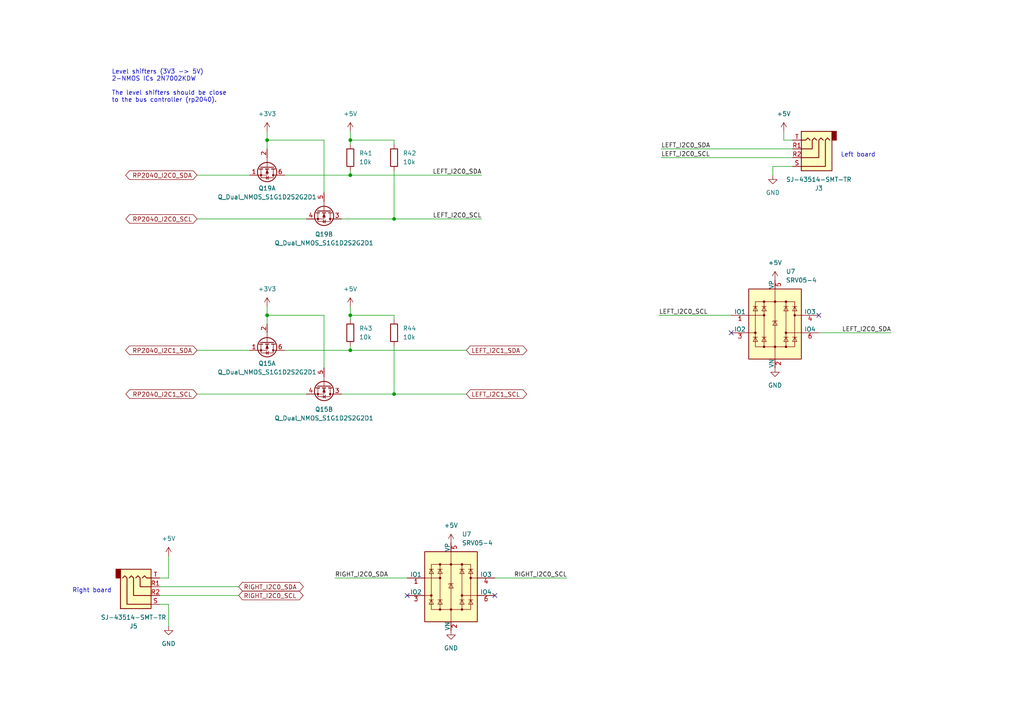
<source format=kicad_sch>
(kicad_sch (version 20230121) (generator eeschema)
  (paper "A4")
  (lib_symbols
    (symbol "Connector_Audio:AudioJack4"
      (property "Reference" "J" (at 0 8.89 0))
      (property "Value" "AudioJack4" (at 0 6.35 0))
      (symbol "AudioJack4_0_1"
        (rectangle (start -6.35 -5.08) (end -7.62 -7.62) (stroke (width 0.254)) (fill (type outline)))
        (polyline (pts (xy 0 -5.08) (xy 0.635 -5.715) (xy 1.27 -5.08) (xy 2.54 -5.08)) (stroke (width 0.254)))
        (polyline (pts (xy -5.715 -5.08) (xy -5.08 -5.715) (xy -4.445 -5.08) (xy -4.445 2.54) (xy 2.54 2.54)) (stroke (width 0.254)))
        (polyline (pts (xy -1.905 -5.08) (xy -1.27 -5.715) (xy -0.635 -5.08) (xy -0.635 -2.54) (xy 2.54 -2.54)) (stroke (width 0.254)))
        (polyline (pts (xy 2.54 0) (xy -2.54 0) (xy -2.54 -5.08) (xy -3.175 -5.715) (xy -3.81 -5.08)) (stroke (width 0.254)))
        (rectangle (start 2.54 3.81) (end -6.35 -7.62) (stroke (width 0.254)) (fill (type background)))
      )
      (symbol "AudioJack4_1_1"
        (pin passive line (at 5.08 -2.54 180) (length 2.54) (name "~") (number "R1"))
        (pin passive line (at 5.08 0 180) (length 2.54) (name "~") (number "R2"))
        (pin passive line (at 5.08 2.54 180) (length 2.54) (name "~") (number "S"))
        (pin passive line (at 5.08 -5.08 180) (length 2.54) (name "~") (number "T"))
      )
    )
    (symbol "Device:Q_Dual_NMOS_S1G1D2S2G2D1" (pin_names (offset 0) hide)
      (property "Reference" "Q" (at 6.35 1.27 0))
      (property "Value" "Q_Dual_NMOS_S1G1D2S2G2D1" (at 19.05 -1.27 0))
      (symbol "Q_Dual_NMOS_S1G1D2S2G2D1_0_1"
        (polyline (pts (xy 0.254 0) (xy -2.54 0)))
        (polyline (pts (xy 0.254 1.905) (xy 0.254 -1.905)) (stroke (width 0.254)))
        (polyline (pts (xy 0.762 -1.27) (xy 0.762 -2.286)) (stroke (width 0.254)))
        (polyline (pts (xy 0.762 0.508) (xy 0.762 -0.508)) (stroke (width 0.254)))
        (polyline (pts (xy 0.762 2.286) (xy 0.762 1.27)) (stroke (width 0.254)))
        (polyline (pts (xy 2.54 2.54) (xy 2.54 1.778)))
        (polyline (pts (xy 2.54 -2.54) (xy 2.54 0) (xy 0.762 0)))
        (polyline (pts (xy 0.762 -1.778) (xy 3.302 -1.778) (xy 3.302 1.778) (xy 0.762 1.778)))
        (polyline (pts (xy 1.016 0) (xy 2.032 0.381) (xy 2.032 -0.381) (xy 1.016 0)) (fill (type outline)))
        (polyline (pts (xy 2.794 0.508) (xy 2.921 0.381) (xy 3.683 0.381) (xy 3.81 0.254)))
        (polyline (pts (xy 3.302 0.381) (xy 2.921 -0.254) (xy 3.683 -0.254) (xy 3.302 0.381)))
        (circle (center 1.651 0) (radius 2.794) (stroke (width 0.254)))
        (circle (center 2.54 -1.778) (radius 0.254) (fill (type outline)))
        (circle (center 2.54 1.778) (radius 0.254) (fill (type outline)))
      )
      (symbol "Q_Dual_NMOS_S1G1D2S2G2D1_1_1"
        (pin passive line (at 2.54 -5.08 90) (length 2.54) (name "S") (number "1"))
        (pin input line (at -5.08 0 0) (length 2.54) (name "G") (number "2"))
        (pin passive line (at 2.54 5.08 270) (length 2.54) (name "D") (number "6"))
      )
      (symbol "Q_Dual_NMOS_S1G1D2S2G2D1_2_1"
        (pin passive line (at 2.54 5.08 270) (length 2.54) (name "D") (number "3"))
        (pin passive line (at 2.54 -5.08 90) (length 2.54) (name "S") (number "4"))
        (pin input line (at -5.08 0 0) (length 2.54) (name "G") (number "5"))
      )
    )
    (symbol "Device:R" (pin_numbers hide) (pin_names (offset 0))
      (property "Reference" "R" (at 2.032 0 90))
      (property "Value" "R" (at 0 0 90))
      (symbol "R_0_1"
        (rectangle (start -1.016 -2.54) (end 1.016 2.54) (stroke (width 0.254)))
      )
      (symbol "R_1_1"
        (pin passive line (at 0 3.81 270) (length 1.27) (name "~") (number "1"))
        (pin passive line (at 0 -3.81 90) (length 1.27) (name "~") (number "2"))
      )
    )
    (symbol "Power_Protection:SRV05-4" (pin_names (offset 0))
      (property "Reference" "U" (at -5.08 11.43 0))
      (property "Value" "SRV05-4" (at 2.54 11.43 0))
      (symbol "SRV05-4_0_0"
        (rectangle (start -5.715 6.477) (end 5.715 -6.604))
        (polyline (pts (xy -3.175 -6.604) (xy -3.175 6.477)))
        (polyline (pts (xy 3.175 6.477) (xy 3.175 -6.604)))
      )
      (symbol "SRV05-4_0_1"
        (rectangle (start -7.62 10.16) (end 7.62 -10.16) (stroke (width 0.254)) (fill (type background)))
        (circle (center -5.715 -2.54) (radius 0.2794) (fill (type outline)))
        (circle (center -3.175 -6.604) (radius 0.2794) (fill (type outline)))
        (circle (center -3.175 2.54) (radius 0.2794) (fill (type outline)))
        (circle (center -3.175 6.477) (radius 0.2794) (fill (type outline)))
        (circle (center 0 -6.604) (radius 0.2794) (fill (type outline)))
        (polyline (pts (xy -7.747 2.54) (xy -3.175 2.54)))
        (polyline (pts (xy -7.62 -2.54) (xy -5.715 -2.54)))
        (polyline (pts (xy -5.08 -3.81) (xy -6.35 -3.81)))
        (polyline (pts (xy -5.08 5.08) (xy -6.35 5.08)))
        (polyline (pts (xy -2.54 -3.81) (xy -3.81 -3.81)))
        (polyline (pts (xy -2.54 5.08) (xy -3.81 5.08)))
        (polyline (pts (xy 0 10.16) (xy 0 -10.16)))
        (polyline (pts (xy 3.81 -3.81) (xy 2.54 -3.81)))
        (polyline (pts (xy 3.81 5.08) (xy 2.54 5.08)))
        (polyline (pts (xy 6.35 -3.81) (xy 5.08 -3.81)))
        (polyline (pts (xy 6.35 5.08) (xy 5.08 5.08)))
        (polyline (pts (xy 7.62 -2.54) (xy 3.175 -2.54)))
        (polyline (pts (xy 7.62 2.54) (xy 5.715 2.54)))
        (polyline (pts (xy 0.635 0.889) (xy -0.635 0.889) (xy -0.635 0.635)))
        (polyline (pts (xy -5.08 -5.08) (xy -6.35 -5.08) (xy -5.715 -3.81) (xy -5.08 -5.08)))
        (polyline (pts (xy -5.08 3.81) (xy -6.35 3.81) (xy -5.715 5.08) (xy -5.08 3.81)))
        (polyline (pts (xy -2.54 -5.08) (xy -3.81 -5.08) (xy -3.175 -3.81) (xy -2.54 -5.08)))
        (polyline (pts (xy -2.54 3.81) (xy -3.81 3.81) (xy -3.175 5.08) (xy -2.54 3.81)))
        (polyline (pts (xy 0.635 -0.381) (xy -0.635 -0.381) (xy 0 0.889) (xy 0.635 -0.381)))
        (polyline (pts (xy 3.81 -5.08) (xy 2.54 -5.08) (xy 3.175 -3.81) (xy 3.81 -5.08)))
        (polyline (pts (xy 3.81 3.81) (xy 2.54 3.81) (xy 3.175 5.08) (xy 3.81 3.81)))
        (polyline (pts (xy 6.35 -5.08) (xy 5.08 -5.08) (xy 5.715 -3.81) (xy 6.35 -5.08)))
        (polyline (pts (xy 6.35 3.81) (xy 5.08 3.81) (xy 5.715 5.08) (xy 6.35 3.81)))
        (circle (center 0 6.477) (radius 0.2794) (fill (type outline)))
        (circle (center 3.175 -6.604) (radius 0.2794) (fill (type outline)))
        (circle (center 3.175 -2.54) (radius 0.2794) (fill (type outline)))
        (circle (center 3.175 6.477) (radius 0.2794) (fill (type outline)))
        (circle (center 5.715 2.54) (radius 0.2794) (fill (type outline)))
      )
      (symbol "SRV05-4_1_1"
        (pin passive line (at -12.7 2.54 0) (length 5.08) (name "IO1") (number "1"))
        (pin passive line (at 0 -12.7 90) (length 2.54) (name "VN") (number "2"))
        (pin passive line (at -12.7 -2.54 0) (length 5.08) (name "IO2") (number "3"))
        (pin passive line (at 12.7 2.54 180) (length 5.08) (name "IO3") (number "4"))
        (pin passive line (at 0 12.7 270) (length 2.54) (name "VP") (number "5"))
        (pin passive line (at 12.7 -2.54 180) (length 5.08) (name "IO4") (number "6"))
      )
    )
    (symbol "power:+3V3" (power) (pin_names (offset 0))
      (property "Value" "+3V3" (at 0 3.556 0))
      (symbol "+3V3_0_1"
        (polyline (pts (xy -0.762 1.27) (xy 0 2.54)))
        (polyline (pts (xy 0 0) (xy 0 2.54)))
        (polyline (pts (xy 0 2.54) (xy 0.762 1.27)))
      )
      (symbol "+3V3_1_1"
        (pin power_in line (at 0 0 90) (length 0) hide (name "+3V3") (number "1"))
      )
    )
    (symbol "power:+5V" (power) (pin_names (offset 0))
      (property "Value" "+5V" (at 0 3.556 0))
      (symbol "+5V_0_1"
        (polyline (pts (xy -0.762 1.27) (xy 0 2.54)))
        (polyline (pts (xy 0 0) (xy 0 2.54)))
        (polyline (pts (xy 0 2.54) (xy 0.762 1.27)))
      )
      (symbol "+5V_1_1"
        (pin power_in line (at 0 0 90) (length 0) hide (name "+5V") (number "1"))
      )
    )
    (symbol "power:GND" (power) (pin_names (offset 0))
      (property "Value" "GND" (at 0 -3.81 0))
      (symbol "GND_0_1"
        (polyline (pts (xy 0 0) (xy 0 -1.27) (xy 1.27 -1.27) (xy 0 -2.54) (xy -1.27 -1.27) (xy 0 -1.27)))
      )
      (symbol "GND_1_1"
        (pin power_in line (at 0 0 270) (length 0) hide (name "GND") (number "1"))
      )
    )
  )
  (junction (at 77.47 40.64))
  (junction (at 114.3 63.5))
  (junction (at 101.6 101.6))
  (junction (at 101.6 91.44))
  (junction (at 114.3 114.3))
  (junction (at 77.47 91.44))
  (junction (at 101.6 50.8))
  (junction (at 101.6 40.64))
  (no_connect (at 118.11 172.72))
  (no_connect (at 143.51 172.72))
  (no_connect (at 237.49 91.44))
  (no_connect (at 212.09 96.52))
  (wire (pts (xy 57.15 101.6) (xy 72.39 101.6)))
  (wire (pts (xy 101.6 91.44) (xy 114.3 91.44)))
  (wire (pts (xy 143.51 167.64) (xy 164.465 167.64)))
  (wire (pts (xy 114.3 63.5) (xy 139.7 63.5)))
  (wire (pts (xy 99.06 114.3) (xy 114.3 114.3)))
  (wire (pts (xy 101.6 49.53) (xy 101.6 50.8)))
  (wire (pts (xy 93.98 91.44) (xy 77.47 91.44)))
  (wire (pts (xy 57.15 114.3) (xy 88.9 114.3)))
  (wire (pts (xy 114.3 114.3) (xy 135.255 114.3)))
  (wire (pts (xy 97.155 167.64) (xy 118.11 167.64)))
  (wire (pts (xy 258.445 96.52) (xy 237.49 96.52)))
  (wire (pts (xy 46.355 167.64) (xy 48.895 167.64)))
  (wire (pts (xy 99.06 63.5) (xy 114.3 63.5)))
  (wire (pts (xy 101.6 38.1) (xy 101.6 40.64)))
  (wire (pts (xy 212.09 91.44) (xy 191.135 91.44)))
  (wire (pts (xy 93.98 40.64) (xy 93.98 55.88)))
  (wire (pts (xy 101.6 100.33) (xy 101.6 101.6)))
  (wire (pts (xy 101.6 88.9) (xy 101.6 91.44)))
  (wire (pts (xy 82.55 50.8) (xy 101.6 50.8)))
  (wire (pts (xy 101.6 92.71) (xy 101.6 91.44)))
  (wire (pts (xy 229.87 40.64) (xy 227.33 40.64)))
  (wire (pts (xy 93.98 40.64) (xy 77.47 40.64)))
  (wire (pts (xy 224.155 48.26) (xy 224.155 50.8)))
  (wire (pts (xy 101.6 40.64) (xy 114.3 40.64)))
  (wire (pts (xy 114.3 91.44) (xy 114.3 92.71)))
  (wire (pts (xy 101.6 41.91) (xy 101.6 40.64)))
  (wire (pts (xy 46.355 175.26) (xy 48.895 175.26)))
  (wire (pts (xy 69.215 170.18) (xy 46.355 170.18)))
  (wire (pts (xy 77.47 91.44) (xy 77.47 93.98)))
  (wire (pts (xy 114.3 49.53) (xy 114.3 63.5)))
  (wire (pts (xy 229.87 48.26) (xy 224.155 48.26)))
  (wire (pts (xy 227.33 40.64) (xy 227.33 38.1)))
  (wire (pts (xy 48.895 161.29) (xy 48.895 167.64)))
  (wire (pts (xy 101.6 101.6) (xy 135.255 101.6)))
  (wire (pts (xy 93.98 91.44) (xy 93.98 106.68)))
  (wire (pts (xy 114.3 40.64) (xy 114.3 41.91)))
  (wire (pts (xy 191.77 43.18) (xy 229.87 43.18)))
  (wire (pts (xy 77.47 40.64) (xy 77.47 43.18)))
  (wire (pts (xy 101.6 50.8) (xy 139.7 50.8)))
  (wire (pts (xy 82.55 101.6) (xy 101.6 101.6)))
  (wire (pts (xy 57.15 50.8) (xy 72.39 50.8)))
  (wire (pts (xy 77.47 38.1) (xy 77.47 40.64)))
  (wire (pts (xy 191.77 45.72) (xy 229.87 45.72)))
  (wire (pts (xy 69.215 172.72) (xy 46.355 172.72)))
  (wire (pts (xy 114.3 100.33) (xy 114.3 114.3)))
  (wire (pts (xy 77.47 88.9) (xy 77.47 91.44)))
  (wire (pts (xy 48.895 175.26) (xy 48.895 181.61)))
  (wire (pts (xy 57.15 63.5) (xy 88.9 63.5)))
  (text "Level shifters (3V3 -> 5V)\n2-NMOS ICs 2N7002KDW\n\nThe level shifters should be close\nto the bus controller (rp2040)." (at 32.385 29.845 0) (effects (font (size 1.27 1.27)) (justify left bottom)))
  (text "Left board" (at 243.84 45.72 0) (effects (font (size 1.27 1.27)) (justify left bottom)))
  (text "Right board" (at 32.385 172.085 0) (effects (font (size 1.27 1.27)) (justify right bottom)))
  (label "RIGHT_I2C0_SDA" (at 97.155 167.64 0))
  (label "LEFT_I2C0_SDA" (at 139.7 50.8 180))
  (label "LEFT_I2C0_SCL" (at 191.77 45.72 0))
  (label "RIGHT_I2C0_SCL" (at 164.465 167.64 180))
  (label "LEFT_I2C0_SCL" (at 139.7 63.5 180))
  (label "LEFT_I2C0_SDA" (at 258.445 96.52 180))
  (label "LEFT_I2C0_SDA" (at 191.77 43.18 0))
  (label "LEFT_I2C0_SCL" (at 191.135 91.44 0))
  (global_label "RP2040_I2C0_SDA" (shape bidirectional) (at 57.15 50.8 180) (property "Intersheetrefs" "${INTERSHEET_REFS}" (effects hide)))
  (global_label "RP2040_I2C1_SDA" (shape bidirectional) (at 57.15 101.6 180) (property "Intersheetrefs" "${INTERSHEET_REFS}" (effects hide)))
  (global_label "RIGHT_I2C0_SDA" (shape bidirectional) (at 69.215 170.18 0) (property "Intersheetrefs" "${INTERSHEET_REFS}" (effects hide)))
  (global_label "RP2040_I2C0_SCL" (shape bidirectional) (at 57.15 63.5 180) (property "Intersheetrefs" "${INTERSHEET_REFS}" (effects hide)))
  (global_label "RIGHT_I2C0_SCL" (shape bidirectional) (at 69.215 172.72 0) (property "Intersheetrefs" "${INTERSHEET_REFS}" (effects hide)))
  (global_label "RP2040_I2C1_SCL" (shape bidirectional) (at 57.15 114.3 180) (property "Intersheetrefs" "${INTERSHEET_REFS}" (effects hide)))
  (global_label "LEFT_I2C1_SDA" (shape bidirectional) (at 135.255 101.6 0) (property "Intersheetrefs" "${INTERSHEET_REFS}" (effects hide)))
  (global_label "LEFT_I2C1_SCL" (shape bidirectional) (at 135.255 114.3 0) (property "Intersheetrefs" "${INTERSHEET_REFS}" (effects hide)))
  (symbol (lib_id "Device:Q_Dual_NMOS_S1G1D2S2G2D1") (at 77.47 48.26 270) (unit 1)
    (property "Reference" "Q19" (at 77.47 54.61 90))
    (property "Value" "Q_Dual_NMOS_S1G1D2S2G2D1" (at 77.47 57.15 90))
    (property "Footprint" "Package_TO_SOT_SMD:SOT-363_SC-70-6" (effects hide))
    (property "Datasheet" "https://www.panjit.com.tw/upload/datasheet/2N7002KDW.pdf" (effects hide))
  )
  (symbol (lib_id "Device:Q_Dual_NMOS_S1G1D2S2G2D1") (at 93.98 111.76 270) (unit 2)
    (property "Reference" "Q15" (at 93.98 118.745 90))
    (property "Value" "Q_Dual_NMOS_S1G1D2S2G2D1" (at 93.98 121.285 90))
    (property "Footprint" "Package_TO_SOT_SMD:SOT-363_SC-70-6" (effects hide))
    (property "Datasheet" "https://www.panjit.com.tw/upload/datasheet/2N7002KDW.pdf" (effects hide))
  )
  (symbol (lib_id "Device:R") (at 114.3 96.52 0) (unit 1)
    (property "Reference" "R44" (at 116.84 95.25 0) (effects (justify left)))
    (property "Value" "10k" (at 116.84 97.79 0) (effects (justify left)))
    (property "Footprint" "Resistor_SMD:R_0402_1005Metric" (effects hide))
  )
  (symbol (lib_id "Device:Q_Dual_NMOS_S1G1D2S2G2D1") (at 93.98 60.96 270) (unit 2)
    (property "Reference" "Q19" (at 93.98 67.945 90))
    (property "Value" "Q_Dual_NMOS_S1G1D2S2G2D1" (at 93.98 70.485 90))
    (property "Footprint" "Package_TO_SOT_SMD:SOT-363_SC-70-6" (effects hide))
    (property "Datasheet" "https://www.panjit.com.tw/upload/datasheet/2N7002KDW.pdf" (effects hide))
  )
  (symbol (lib_id "power:+5V") (at 227.33 38.1 0) (unit 1)
    (property "Reference" "#PWR01" (effects hide))
    (property "Value" "+5V" (at 227.33 33.02 0))
    (instances (project "txm-corne-pcb" (path "" (reference "#PWR01") (unit 1)) (path "" (reference "#PWR028") (unit 1)) (path "" (reference "#PWR027") (unit 1))))
  )
  (symbol (lib_id "Device:R") (at 101.6 96.52 0) (unit 1)
    (property "Reference" "R43" (at 104.14 95.25 0) (effects (justify left)))
    (property "Value" "10k" (at 104.14 97.79 0) (effects (justify left)))
    (property "Footprint" "Resistor_SMD:R_0402_1005Metric" (effects hide))
  )
  (symbol (lib_id "power:+3V3") (at 77.47 38.1 0) (unit 1)
    (property "Reference" "#PWR077" (effects hide))
    (property "Value" "+3V3" (at 77.47 33.02 0))
  )
  (symbol (lib_id "power:GND") (at 48.895 181.61 0) (unit 1)
    (property "Reference" "#PWR040" (effects hide))
    (property "Value" "GND" (at 48.895 186.69 0))
  )
  (symbol (lib_id "Device:R") (at 101.6 45.72 0) (unit 1)
    (property "Reference" "R41" (at 104.14 44.45 0) (effects (justify left)))
    (property "Value" "10k" (at 104.14 46.99 0) (effects (justify left)))
    (property "Footprint" "Resistor_SMD:R_0402_1005Metric" (effects hide))
  )
  (symbol (lib_id "power:+5V") (at 101.6 88.9 0) (unit 1)
    (property "Reference" "#PWR080" (effects hide))
    (property "Value" "+5V" (at 101.6 83.82 0))
  )
  (symbol (lib_id "Connector_Audio:AudioJack4") (at 234.95 45.72 180) (unit 1)
    (property "Reference" "J3" (at 237.49 54.61 0))
    (property "Value" "SJ-43514-SMT-TR" (at 237.49 52.07 0))
    (property "Footprint" "custom_footprints:CUI_SJ-43514-SMT_custom" (effects hide))
    (property "Datasheet" "https://www.cuidevices.com/product/resource/sj-4351x-smt.pdf" (effects hide))
  )
  (symbol (lib_id "power:+5V") (at 101.6 38.1 0) (unit 1)
    (property "Reference" "#PWR078" (effects hide))
    (property "Value" "+5V" (at 101.6 33.02 0))
  )
  (symbol (lib_id "power:GND") (at 224.79 106.68 0) (unit 1)
    (property "Reference" "#PWR067" (effects hide))
    (property "Value" "GND" (at 224.79 111.76 0))
    (instances (project "txm-corne-pcb" (path "" (reference "#PWR067") (unit 1)) (path "" (reference "#PWR071") (unit 1))))
  )
  (symbol (lib_id "Power_Protection:SRV05-4") (at 130.81 170.18 0) (unit 1)
    (property "Reference" "U7" (at 133.9597 154.94 0) (effects (justify left)))
    (property "Value" "SRV05-4" (at 133.9597 157.48 0) (effects (justify left)))
    (property "Footprint" "Package_TO_SOT_SMD:SOT-23-6" (effects hide))
    (property "Datasheet" "http://www.onsemi.com/pub/Collateral/SRV05-4-D.PDF" (effects hide))
    (instances (project "txm-corne-pcb" (path "" (reference "U7") (unit 1)) (path "" (reference "U12") (unit 1))))
  )
  (symbol (lib_id "power:+3V3") (at 77.47 88.9 0) (unit 1)
    (property "Reference" "#PWR079" (effects hide))
    (property "Value" "+3V3" (at 77.47 83.82 0))
  )
  (symbol (lib_id "power:+5V") (at 224.79 81.28 0) (unit 1)
    (property "Reference" "#PWR066" (effects hide))
    (property "Value" "+5V" (at 224.79 76.2 0))
    (instances (project "txm-corne-pcb" (path "" (reference "#PWR066") (unit 1)) (path "" (reference "#PWR070") (unit 1))))
  )
  (symbol (lib_id "power:+5V") (at 48.895 161.29 0) (mirror y) (unit 1)
    (property "Reference" "#PWR01" (effects hide))
    (property "Value" "+5V" (at 48.895 156.21 0))
    (instances (project "txm-corne-pcb" (path "" (reference "#PWR01") (unit 1)) (path "" (reference "#PWR039") (unit 1)) (path "" (reference "#PWR039") (unit 1))))
  )
  (symbol (lib_id "Device:R") (at 114.3 45.72 0) (unit 1)
    (property "Reference" "R42" (at 116.84 44.45 0) (effects (justify left)))
    (property "Value" "10k" (at 116.84 46.99 0) (effects (justify left)))
    (property "Footprint" "Resistor_SMD:R_0402_1005Metric" (effects hide))
  )
  (symbol (lib_id "power:GND") (at 130.81 182.88 0) (unit 1)
    (property "Reference" "#PWR067" (effects hide))
    (property "Value" "GND" (at 130.81 187.96 0))
    (instances (project "txm-corne-pcb" (path "" (reference "#PWR067") (unit 1)) (path "" (reference "#PWR069") (unit 1))))
  )
  (symbol (lib_id "Power_Protection:SRV05-4") (at 224.79 93.98 0) (unit 1)
    (property "Reference" "U7" (at 227.9397 78.74 0) (effects (justify left)))
    (property "Value" "SRV05-4" (at 227.9397 81.28 0) (effects (justify left)))
    (property "Footprint" "Package_TO_SOT_SMD:SOT-23-6" (effects hide))
    (property "Datasheet" "http://www.onsemi.com/pub/Collateral/SRV05-4-D.PDF" (effects hide))
    (instances (project "txm-corne-pcb" (path "" (reference "U7") (unit 1)) (path "" (reference "U13") (unit 1))))
  )
  (symbol (lib_id "Device:Q_Dual_NMOS_S1G1D2S2G2D1") (at 77.47 99.06 270) (unit 1)
    (property "Reference" "Q15" (at 77.47 105.41 90))
    (property "Value" "Q_Dual_NMOS_S1G1D2S2G2D1" (at 77.47 107.95 90))
    (property "Footprint" "Package_TO_SOT_SMD:SOT-363_SC-70-6" (effects hide))
    (property "Datasheet" "https://www.panjit.com.tw/upload/datasheet/2N7002KDW.pdf" (effects hide))
  )
  (symbol (lib_id "Connector_Audio:AudioJack4") (at 41.275 172.72 0) (mirror x) (unit 1)
    (property "Reference" "J5" (at 38.735 181.61 0))
    (property "Value" "SJ-43514-SMT-TR" (at 38.735 179.07 0))
    (property "Footprint" "custom_footprints:CUI_SJ-43514-SMT_custom" (effects hide))
    (property "Datasheet" "https://www.cuidevices.com/product/resource/sj-4351x-smt.pdf" (effects hide))
  )
  (symbol (lib_id "power:+5V") (at 130.81 157.48 0) (unit 1)
    (property "Reference" "#PWR066" (effects hide))
    (property "Value" "+5V" (at 130.81 152.4 0))
    (instances (project "txm-corne-pcb" (path "" (reference "#PWR066") (unit 1)) (path "" (reference "#PWR068") (unit 1))))
  )
  (symbol (lib_id "power:GND") (at 224.155 50.8 0) (mirror y) (unit 1)
    (property "Reference" "#PWR027" (effects hide))
    (property "Value" "GND" (at 224.155 55.88 0))
    (instances (project "txm-corne-pcb" (path "" (reference "#PWR027") (unit 1)) (path "" (reference "#PWR028") (unit 1))))
  )
)
</source>
